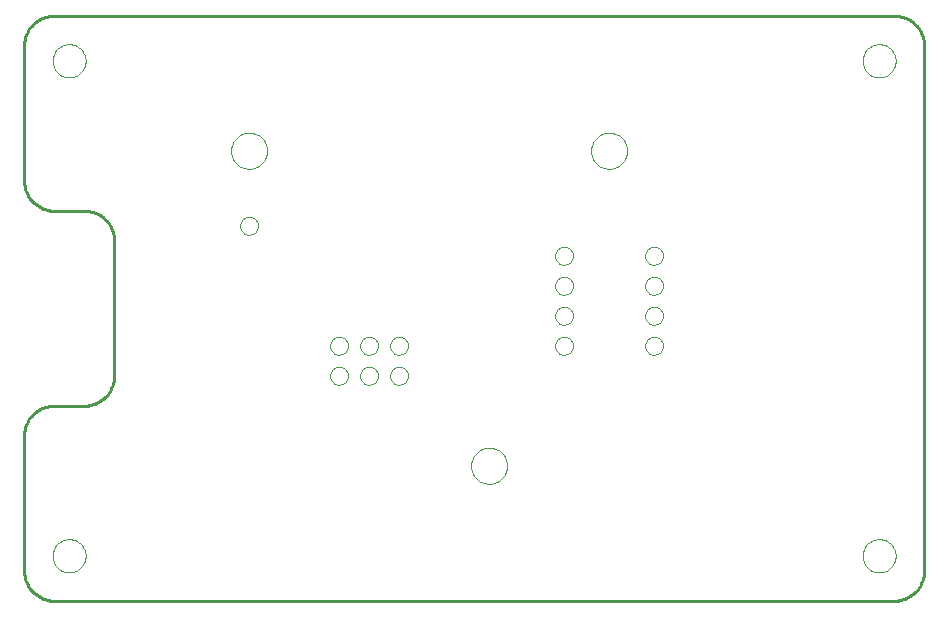
<source format=gtl>
G75*
G70*
%OFA0B0*%
%FSLAX24Y24*%
%IPPOS*%
%LPD*%
%AMOC8*
5,1,8,0,0,1.08239X$1,22.5*
%
%ADD10C,0.0100*%
%ADD11C,0.0000*%
D10*
X006000Y001150D02*
X006000Y005650D01*
X006002Y005710D01*
X006007Y005771D01*
X006016Y005830D01*
X006029Y005889D01*
X006045Y005948D01*
X006065Y006005D01*
X006088Y006060D01*
X006115Y006115D01*
X006144Y006167D01*
X006177Y006218D01*
X006213Y006267D01*
X006251Y006313D01*
X006293Y006357D01*
X006337Y006399D01*
X006383Y006437D01*
X006432Y006473D01*
X006483Y006506D01*
X006535Y006535D01*
X006590Y006562D01*
X006645Y006585D01*
X006702Y006605D01*
X006761Y006621D01*
X006820Y006634D01*
X006879Y006643D01*
X006940Y006648D01*
X007000Y006650D01*
X008000Y006650D01*
X008060Y006652D01*
X008121Y006657D01*
X008180Y006666D01*
X008239Y006679D01*
X008298Y006695D01*
X008355Y006715D01*
X008410Y006738D01*
X008465Y006765D01*
X008517Y006794D01*
X008568Y006827D01*
X008617Y006863D01*
X008663Y006901D01*
X008707Y006943D01*
X008749Y006987D01*
X008787Y007033D01*
X008823Y007082D01*
X008856Y007133D01*
X008885Y007185D01*
X008912Y007240D01*
X008935Y007295D01*
X008955Y007352D01*
X008971Y007411D01*
X008984Y007470D01*
X008993Y007529D01*
X008998Y007590D01*
X009000Y007650D01*
X009000Y012150D01*
X008998Y012210D01*
X008993Y012271D01*
X008984Y012330D01*
X008971Y012389D01*
X008955Y012448D01*
X008935Y012505D01*
X008912Y012560D01*
X008885Y012615D01*
X008856Y012667D01*
X008823Y012718D01*
X008787Y012767D01*
X008749Y012813D01*
X008707Y012857D01*
X008663Y012899D01*
X008617Y012937D01*
X008568Y012973D01*
X008517Y013006D01*
X008465Y013035D01*
X008410Y013062D01*
X008355Y013085D01*
X008298Y013105D01*
X008239Y013121D01*
X008180Y013134D01*
X008121Y013143D01*
X008060Y013148D01*
X008000Y013150D01*
X007000Y013150D01*
X006940Y013152D01*
X006879Y013157D01*
X006820Y013166D01*
X006761Y013179D01*
X006702Y013195D01*
X006645Y013215D01*
X006590Y013238D01*
X006535Y013265D01*
X006483Y013294D01*
X006432Y013327D01*
X006383Y013363D01*
X006337Y013401D01*
X006293Y013443D01*
X006251Y013487D01*
X006213Y013533D01*
X006177Y013582D01*
X006144Y013633D01*
X006115Y013685D01*
X006088Y013740D01*
X006065Y013795D01*
X006045Y013852D01*
X006029Y013911D01*
X006016Y013970D01*
X006007Y014029D01*
X006002Y014090D01*
X006000Y014150D01*
X006000Y018650D01*
X006002Y018710D01*
X006007Y018771D01*
X006016Y018830D01*
X006029Y018889D01*
X006045Y018948D01*
X006065Y019005D01*
X006088Y019060D01*
X006115Y019115D01*
X006144Y019167D01*
X006177Y019218D01*
X006213Y019267D01*
X006251Y019313D01*
X006293Y019357D01*
X006337Y019399D01*
X006383Y019437D01*
X006432Y019473D01*
X006483Y019506D01*
X006535Y019535D01*
X006590Y019562D01*
X006645Y019585D01*
X006702Y019605D01*
X006761Y019621D01*
X006820Y019634D01*
X006879Y019643D01*
X006940Y019648D01*
X007000Y019650D01*
X035000Y019650D01*
X035060Y019648D01*
X035121Y019643D01*
X035180Y019634D01*
X035239Y019621D01*
X035298Y019605D01*
X035355Y019585D01*
X035410Y019562D01*
X035465Y019535D01*
X035517Y019506D01*
X035568Y019473D01*
X035617Y019437D01*
X035663Y019399D01*
X035707Y019357D01*
X035749Y019313D01*
X035787Y019267D01*
X035823Y019218D01*
X035856Y019167D01*
X035885Y019115D01*
X035912Y019060D01*
X035935Y019005D01*
X035955Y018948D01*
X035971Y018889D01*
X035984Y018830D01*
X035993Y018771D01*
X035998Y018710D01*
X036000Y018650D01*
X036000Y001150D01*
X035998Y001090D01*
X035993Y001029D01*
X035984Y000970D01*
X035971Y000911D01*
X035955Y000852D01*
X035935Y000795D01*
X035912Y000740D01*
X035885Y000685D01*
X035856Y000633D01*
X035823Y000582D01*
X035787Y000533D01*
X035749Y000487D01*
X035707Y000443D01*
X035663Y000401D01*
X035617Y000363D01*
X035568Y000327D01*
X035517Y000294D01*
X035465Y000265D01*
X035410Y000238D01*
X035355Y000215D01*
X035298Y000195D01*
X035239Y000179D01*
X035180Y000166D01*
X035121Y000157D01*
X035060Y000152D01*
X035000Y000150D01*
X007000Y000150D01*
X006940Y000152D01*
X006879Y000157D01*
X006820Y000166D01*
X006761Y000179D01*
X006702Y000195D01*
X006645Y000215D01*
X006590Y000238D01*
X006535Y000265D01*
X006483Y000294D01*
X006432Y000327D01*
X006383Y000363D01*
X006337Y000401D01*
X006293Y000443D01*
X006251Y000487D01*
X006213Y000533D01*
X006177Y000582D01*
X006144Y000633D01*
X006115Y000685D01*
X006088Y000740D01*
X006065Y000795D01*
X006045Y000852D01*
X006029Y000911D01*
X006016Y000970D01*
X006007Y001029D01*
X006002Y001090D01*
X006000Y001150D01*
D11*
X006950Y001650D02*
X006952Y001697D01*
X006958Y001743D01*
X006968Y001789D01*
X006981Y001833D01*
X006999Y001877D01*
X007020Y001918D01*
X007044Y001958D01*
X007072Y001996D01*
X007103Y002031D01*
X007137Y002063D01*
X007173Y002092D01*
X007212Y002118D01*
X007252Y002141D01*
X007295Y002160D01*
X007339Y002176D01*
X007384Y002188D01*
X007430Y002196D01*
X007477Y002200D01*
X007523Y002200D01*
X007570Y002196D01*
X007616Y002188D01*
X007661Y002176D01*
X007705Y002160D01*
X007748Y002141D01*
X007788Y002118D01*
X007827Y002092D01*
X007863Y002063D01*
X007897Y002031D01*
X007928Y001996D01*
X007956Y001958D01*
X007980Y001918D01*
X008001Y001877D01*
X008019Y001833D01*
X008032Y001789D01*
X008042Y001743D01*
X008048Y001697D01*
X008050Y001650D01*
X008048Y001603D01*
X008042Y001557D01*
X008032Y001511D01*
X008019Y001467D01*
X008001Y001423D01*
X007980Y001382D01*
X007956Y001342D01*
X007928Y001304D01*
X007897Y001269D01*
X007863Y001237D01*
X007827Y001208D01*
X007788Y001182D01*
X007748Y001159D01*
X007705Y001140D01*
X007661Y001124D01*
X007616Y001112D01*
X007570Y001104D01*
X007523Y001100D01*
X007477Y001100D01*
X007430Y001104D01*
X007384Y001112D01*
X007339Y001124D01*
X007295Y001140D01*
X007252Y001159D01*
X007212Y001182D01*
X007173Y001208D01*
X007137Y001237D01*
X007103Y001269D01*
X007072Y001304D01*
X007044Y001342D01*
X007020Y001382D01*
X006999Y001423D01*
X006981Y001467D01*
X006968Y001511D01*
X006958Y001557D01*
X006952Y001603D01*
X006950Y001650D01*
X016200Y007650D02*
X016202Y007684D01*
X016208Y007718D01*
X016217Y007751D01*
X016231Y007782D01*
X016248Y007812D01*
X016268Y007840D01*
X016291Y007865D01*
X016317Y007888D01*
X016345Y007907D01*
X016375Y007923D01*
X016407Y007935D01*
X016440Y007944D01*
X016474Y007949D01*
X016509Y007950D01*
X016543Y007947D01*
X016576Y007940D01*
X016609Y007930D01*
X016640Y007915D01*
X016669Y007898D01*
X016696Y007877D01*
X016721Y007853D01*
X016743Y007826D01*
X016761Y007798D01*
X016776Y007767D01*
X016788Y007735D01*
X016796Y007701D01*
X016800Y007667D01*
X016800Y007633D01*
X016796Y007599D01*
X016788Y007565D01*
X016776Y007533D01*
X016761Y007502D01*
X016743Y007474D01*
X016721Y007447D01*
X016696Y007423D01*
X016669Y007402D01*
X016640Y007385D01*
X016609Y007370D01*
X016576Y007360D01*
X016543Y007353D01*
X016509Y007350D01*
X016474Y007351D01*
X016440Y007356D01*
X016407Y007365D01*
X016375Y007377D01*
X016345Y007393D01*
X016317Y007412D01*
X016291Y007435D01*
X016268Y007460D01*
X016248Y007488D01*
X016231Y007518D01*
X016217Y007549D01*
X016208Y007582D01*
X016202Y007616D01*
X016200Y007650D01*
X017200Y007650D02*
X017202Y007684D01*
X017208Y007718D01*
X017217Y007751D01*
X017231Y007782D01*
X017248Y007812D01*
X017268Y007840D01*
X017291Y007865D01*
X017317Y007888D01*
X017345Y007907D01*
X017375Y007923D01*
X017407Y007935D01*
X017440Y007944D01*
X017474Y007949D01*
X017509Y007950D01*
X017543Y007947D01*
X017576Y007940D01*
X017609Y007930D01*
X017640Y007915D01*
X017669Y007898D01*
X017696Y007877D01*
X017721Y007853D01*
X017743Y007826D01*
X017761Y007798D01*
X017776Y007767D01*
X017788Y007735D01*
X017796Y007701D01*
X017800Y007667D01*
X017800Y007633D01*
X017796Y007599D01*
X017788Y007565D01*
X017776Y007533D01*
X017761Y007502D01*
X017743Y007474D01*
X017721Y007447D01*
X017696Y007423D01*
X017669Y007402D01*
X017640Y007385D01*
X017609Y007370D01*
X017576Y007360D01*
X017543Y007353D01*
X017509Y007350D01*
X017474Y007351D01*
X017440Y007356D01*
X017407Y007365D01*
X017375Y007377D01*
X017345Y007393D01*
X017317Y007412D01*
X017291Y007435D01*
X017268Y007460D01*
X017248Y007488D01*
X017231Y007518D01*
X017217Y007549D01*
X017208Y007582D01*
X017202Y007616D01*
X017200Y007650D01*
X018200Y007650D02*
X018202Y007684D01*
X018208Y007718D01*
X018217Y007751D01*
X018231Y007782D01*
X018248Y007812D01*
X018268Y007840D01*
X018291Y007865D01*
X018317Y007888D01*
X018345Y007907D01*
X018375Y007923D01*
X018407Y007935D01*
X018440Y007944D01*
X018474Y007949D01*
X018509Y007950D01*
X018543Y007947D01*
X018576Y007940D01*
X018609Y007930D01*
X018640Y007915D01*
X018669Y007898D01*
X018696Y007877D01*
X018721Y007853D01*
X018743Y007826D01*
X018761Y007798D01*
X018776Y007767D01*
X018788Y007735D01*
X018796Y007701D01*
X018800Y007667D01*
X018800Y007633D01*
X018796Y007599D01*
X018788Y007565D01*
X018776Y007533D01*
X018761Y007502D01*
X018743Y007474D01*
X018721Y007447D01*
X018696Y007423D01*
X018669Y007402D01*
X018640Y007385D01*
X018609Y007370D01*
X018576Y007360D01*
X018543Y007353D01*
X018509Y007350D01*
X018474Y007351D01*
X018440Y007356D01*
X018407Y007365D01*
X018375Y007377D01*
X018345Y007393D01*
X018317Y007412D01*
X018291Y007435D01*
X018268Y007460D01*
X018248Y007488D01*
X018231Y007518D01*
X018217Y007549D01*
X018208Y007582D01*
X018202Y007616D01*
X018200Y007650D01*
X018200Y008650D02*
X018202Y008684D01*
X018208Y008718D01*
X018217Y008751D01*
X018231Y008782D01*
X018248Y008812D01*
X018268Y008840D01*
X018291Y008865D01*
X018317Y008888D01*
X018345Y008907D01*
X018375Y008923D01*
X018407Y008935D01*
X018440Y008944D01*
X018474Y008949D01*
X018509Y008950D01*
X018543Y008947D01*
X018576Y008940D01*
X018609Y008930D01*
X018640Y008915D01*
X018669Y008898D01*
X018696Y008877D01*
X018721Y008853D01*
X018743Y008826D01*
X018761Y008798D01*
X018776Y008767D01*
X018788Y008735D01*
X018796Y008701D01*
X018800Y008667D01*
X018800Y008633D01*
X018796Y008599D01*
X018788Y008565D01*
X018776Y008533D01*
X018761Y008502D01*
X018743Y008474D01*
X018721Y008447D01*
X018696Y008423D01*
X018669Y008402D01*
X018640Y008385D01*
X018609Y008370D01*
X018576Y008360D01*
X018543Y008353D01*
X018509Y008350D01*
X018474Y008351D01*
X018440Y008356D01*
X018407Y008365D01*
X018375Y008377D01*
X018345Y008393D01*
X018317Y008412D01*
X018291Y008435D01*
X018268Y008460D01*
X018248Y008488D01*
X018231Y008518D01*
X018217Y008549D01*
X018208Y008582D01*
X018202Y008616D01*
X018200Y008650D01*
X017200Y008650D02*
X017202Y008684D01*
X017208Y008718D01*
X017217Y008751D01*
X017231Y008782D01*
X017248Y008812D01*
X017268Y008840D01*
X017291Y008865D01*
X017317Y008888D01*
X017345Y008907D01*
X017375Y008923D01*
X017407Y008935D01*
X017440Y008944D01*
X017474Y008949D01*
X017509Y008950D01*
X017543Y008947D01*
X017576Y008940D01*
X017609Y008930D01*
X017640Y008915D01*
X017669Y008898D01*
X017696Y008877D01*
X017721Y008853D01*
X017743Y008826D01*
X017761Y008798D01*
X017776Y008767D01*
X017788Y008735D01*
X017796Y008701D01*
X017800Y008667D01*
X017800Y008633D01*
X017796Y008599D01*
X017788Y008565D01*
X017776Y008533D01*
X017761Y008502D01*
X017743Y008474D01*
X017721Y008447D01*
X017696Y008423D01*
X017669Y008402D01*
X017640Y008385D01*
X017609Y008370D01*
X017576Y008360D01*
X017543Y008353D01*
X017509Y008350D01*
X017474Y008351D01*
X017440Y008356D01*
X017407Y008365D01*
X017375Y008377D01*
X017345Y008393D01*
X017317Y008412D01*
X017291Y008435D01*
X017268Y008460D01*
X017248Y008488D01*
X017231Y008518D01*
X017217Y008549D01*
X017208Y008582D01*
X017202Y008616D01*
X017200Y008650D01*
X016200Y008650D02*
X016202Y008684D01*
X016208Y008718D01*
X016217Y008751D01*
X016231Y008782D01*
X016248Y008812D01*
X016268Y008840D01*
X016291Y008865D01*
X016317Y008888D01*
X016345Y008907D01*
X016375Y008923D01*
X016407Y008935D01*
X016440Y008944D01*
X016474Y008949D01*
X016509Y008950D01*
X016543Y008947D01*
X016576Y008940D01*
X016609Y008930D01*
X016640Y008915D01*
X016669Y008898D01*
X016696Y008877D01*
X016721Y008853D01*
X016743Y008826D01*
X016761Y008798D01*
X016776Y008767D01*
X016788Y008735D01*
X016796Y008701D01*
X016800Y008667D01*
X016800Y008633D01*
X016796Y008599D01*
X016788Y008565D01*
X016776Y008533D01*
X016761Y008502D01*
X016743Y008474D01*
X016721Y008447D01*
X016696Y008423D01*
X016669Y008402D01*
X016640Y008385D01*
X016609Y008370D01*
X016576Y008360D01*
X016543Y008353D01*
X016509Y008350D01*
X016474Y008351D01*
X016440Y008356D01*
X016407Y008365D01*
X016375Y008377D01*
X016345Y008393D01*
X016317Y008412D01*
X016291Y008435D01*
X016268Y008460D01*
X016248Y008488D01*
X016231Y008518D01*
X016217Y008549D01*
X016208Y008582D01*
X016202Y008616D01*
X016200Y008650D01*
X013200Y012650D02*
X013202Y012684D01*
X013208Y012718D01*
X013217Y012751D01*
X013231Y012782D01*
X013248Y012812D01*
X013268Y012840D01*
X013291Y012865D01*
X013317Y012888D01*
X013345Y012907D01*
X013375Y012923D01*
X013407Y012935D01*
X013440Y012944D01*
X013474Y012949D01*
X013509Y012950D01*
X013543Y012947D01*
X013576Y012940D01*
X013609Y012930D01*
X013640Y012915D01*
X013669Y012898D01*
X013696Y012877D01*
X013721Y012853D01*
X013743Y012826D01*
X013761Y012798D01*
X013776Y012767D01*
X013788Y012735D01*
X013796Y012701D01*
X013800Y012667D01*
X013800Y012633D01*
X013796Y012599D01*
X013788Y012565D01*
X013776Y012533D01*
X013761Y012502D01*
X013743Y012474D01*
X013721Y012447D01*
X013696Y012423D01*
X013669Y012402D01*
X013640Y012385D01*
X013609Y012370D01*
X013576Y012360D01*
X013543Y012353D01*
X013509Y012350D01*
X013474Y012351D01*
X013440Y012356D01*
X013407Y012365D01*
X013375Y012377D01*
X013345Y012393D01*
X013317Y012412D01*
X013291Y012435D01*
X013268Y012460D01*
X013248Y012488D01*
X013231Y012518D01*
X013217Y012549D01*
X013208Y012582D01*
X013202Y012616D01*
X013200Y012650D01*
X012900Y015150D02*
X012902Y015199D01*
X012908Y015247D01*
X012918Y015295D01*
X012932Y015342D01*
X012949Y015388D01*
X012970Y015432D01*
X012995Y015474D01*
X013023Y015514D01*
X013055Y015552D01*
X013089Y015587D01*
X013126Y015619D01*
X013165Y015648D01*
X013207Y015674D01*
X013251Y015696D01*
X013296Y015714D01*
X013343Y015729D01*
X013390Y015740D01*
X013439Y015747D01*
X013488Y015750D01*
X013537Y015749D01*
X013585Y015744D01*
X013634Y015735D01*
X013681Y015722D01*
X013727Y015705D01*
X013771Y015685D01*
X013814Y015661D01*
X013855Y015634D01*
X013893Y015603D01*
X013929Y015570D01*
X013961Y015534D01*
X013991Y015495D01*
X014018Y015454D01*
X014041Y015410D01*
X014060Y015365D01*
X014076Y015319D01*
X014088Y015272D01*
X014096Y015223D01*
X014100Y015174D01*
X014100Y015126D01*
X014096Y015077D01*
X014088Y015028D01*
X014076Y014981D01*
X014060Y014935D01*
X014041Y014890D01*
X014018Y014846D01*
X013991Y014805D01*
X013961Y014766D01*
X013929Y014730D01*
X013893Y014697D01*
X013855Y014666D01*
X013814Y014639D01*
X013771Y014615D01*
X013727Y014595D01*
X013681Y014578D01*
X013634Y014565D01*
X013585Y014556D01*
X013537Y014551D01*
X013488Y014550D01*
X013439Y014553D01*
X013390Y014560D01*
X013343Y014571D01*
X013296Y014586D01*
X013251Y014604D01*
X013207Y014626D01*
X013165Y014652D01*
X013126Y014681D01*
X013089Y014713D01*
X013055Y014748D01*
X013023Y014786D01*
X012995Y014826D01*
X012970Y014868D01*
X012949Y014912D01*
X012932Y014958D01*
X012918Y015005D01*
X012908Y015053D01*
X012902Y015101D01*
X012900Y015150D01*
X006950Y018150D02*
X006952Y018197D01*
X006958Y018243D01*
X006968Y018289D01*
X006981Y018333D01*
X006999Y018377D01*
X007020Y018418D01*
X007044Y018458D01*
X007072Y018496D01*
X007103Y018531D01*
X007137Y018563D01*
X007173Y018592D01*
X007212Y018618D01*
X007252Y018641D01*
X007295Y018660D01*
X007339Y018676D01*
X007384Y018688D01*
X007430Y018696D01*
X007477Y018700D01*
X007523Y018700D01*
X007570Y018696D01*
X007616Y018688D01*
X007661Y018676D01*
X007705Y018660D01*
X007748Y018641D01*
X007788Y018618D01*
X007827Y018592D01*
X007863Y018563D01*
X007897Y018531D01*
X007928Y018496D01*
X007956Y018458D01*
X007980Y018418D01*
X008001Y018377D01*
X008019Y018333D01*
X008032Y018289D01*
X008042Y018243D01*
X008048Y018197D01*
X008050Y018150D01*
X008048Y018103D01*
X008042Y018057D01*
X008032Y018011D01*
X008019Y017967D01*
X008001Y017923D01*
X007980Y017882D01*
X007956Y017842D01*
X007928Y017804D01*
X007897Y017769D01*
X007863Y017737D01*
X007827Y017708D01*
X007788Y017682D01*
X007748Y017659D01*
X007705Y017640D01*
X007661Y017624D01*
X007616Y017612D01*
X007570Y017604D01*
X007523Y017600D01*
X007477Y017600D01*
X007430Y017604D01*
X007384Y017612D01*
X007339Y017624D01*
X007295Y017640D01*
X007252Y017659D01*
X007212Y017682D01*
X007173Y017708D01*
X007137Y017737D01*
X007103Y017769D01*
X007072Y017804D01*
X007044Y017842D01*
X007020Y017882D01*
X006999Y017923D01*
X006981Y017967D01*
X006968Y018011D01*
X006958Y018057D01*
X006952Y018103D01*
X006950Y018150D01*
X023700Y011650D02*
X023702Y011684D01*
X023708Y011718D01*
X023717Y011751D01*
X023731Y011782D01*
X023748Y011812D01*
X023768Y011840D01*
X023791Y011865D01*
X023817Y011888D01*
X023845Y011907D01*
X023875Y011923D01*
X023907Y011935D01*
X023940Y011944D01*
X023974Y011949D01*
X024009Y011950D01*
X024043Y011947D01*
X024076Y011940D01*
X024109Y011930D01*
X024140Y011915D01*
X024169Y011898D01*
X024196Y011877D01*
X024221Y011853D01*
X024243Y011826D01*
X024261Y011798D01*
X024276Y011767D01*
X024288Y011735D01*
X024296Y011701D01*
X024300Y011667D01*
X024300Y011633D01*
X024296Y011599D01*
X024288Y011565D01*
X024276Y011533D01*
X024261Y011502D01*
X024243Y011474D01*
X024221Y011447D01*
X024196Y011423D01*
X024169Y011402D01*
X024140Y011385D01*
X024109Y011370D01*
X024076Y011360D01*
X024043Y011353D01*
X024009Y011350D01*
X023974Y011351D01*
X023940Y011356D01*
X023907Y011365D01*
X023875Y011377D01*
X023845Y011393D01*
X023817Y011412D01*
X023791Y011435D01*
X023768Y011460D01*
X023748Y011488D01*
X023731Y011518D01*
X023717Y011549D01*
X023708Y011582D01*
X023702Y011616D01*
X023700Y011650D01*
X023700Y010650D02*
X023702Y010684D01*
X023708Y010718D01*
X023717Y010751D01*
X023731Y010782D01*
X023748Y010812D01*
X023768Y010840D01*
X023791Y010865D01*
X023817Y010888D01*
X023845Y010907D01*
X023875Y010923D01*
X023907Y010935D01*
X023940Y010944D01*
X023974Y010949D01*
X024009Y010950D01*
X024043Y010947D01*
X024076Y010940D01*
X024109Y010930D01*
X024140Y010915D01*
X024169Y010898D01*
X024196Y010877D01*
X024221Y010853D01*
X024243Y010826D01*
X024261Y010798D01*
X024276Y010767D01*
X024288Y010735D01*
X024296Y010701D01*
X024300Y010667D01*
X024300Y010633D01*
X024296Y010599D01*
X024288Y010565D01*
X024276Y010533D01*
X024261Y010502D01*
X024243Y010474D01*
X024221Y010447D01*
X024196Y010423D01*
X024169Y010402D01*
X024140Y010385D01*
X024109Y010370D01*
X024076Y010360D01*
X024043Y010353D01*
X024009Y010350D01*
X023974Y010351D01*
X023940Y010356D01*
X023907Y010365D01*
X023875Y010377D01*
X023845Y010393D01*
X023817Y010412D01*
X023791Y010435D01*
X023768Y010460D01*
X023748Y010488D01*
X023731Y010518D01*
X023717Y010549D01*
X023708Y010582D01*
X023702Y010616D01*
X023700Y010650D01*
X023700Y009650D02*
X023702Y009684D01*
X023708Y009718D01*
X023717Y009751D01*
X023731Y009782D01*
X023748Y009812D01*
X023768Y009840D01*
X023791Y009865D01*
X023817Y009888D01*
X023845Y009907D01*
X023875Y009923D01*
X023907Y009935D01*
X023940Y009944D01*
X023974Y009949D01*
X024009Y009950D01*
X024043Y009947D01*
X024076Y009940D01*
X024109Y009930D01*
X024140Y009915D01*
X024169Y009898D01*
X024196Y009877D01*
X024221Y009853D01*
X024243Y009826D01*
X024261Y009798D01*
X024276Y009767D01*
X024288Y009735D01*
X024296Y009701D01*
X024300Y009667D01*
X024300Y009633D01*
X024296Y009599D01*
X024288Y009565D01*
X024276Y009533D01*
X024261Y009502D01*
X024243Y009474D01*
X024221Y009447D01*
X024196Y009423D01*
X024169Y009402D01*
X024140Y009385D01*
X024109Y009370D01*
X024076Y009360D01*
X024043Y009353D01*
X024009Y009350D01*
X023974Y009351D01*
X023940Y009356D01*
X023907Y009365D01*
X023875Y009377D01*
X023845Y009393D01*
X023817Y009412D01*
X023791Y009435D01*
X023768Y009460D01*
X023748Y009488D01*
X023731Y009518D01*
X023717Y009549D01*
X023708Y009582D01*
X023702Y009616D01*
X023700Y009650D01*
X023700Y008650D02*
X023702Y008684D01*
X023708Y008718D01*
X023717Y008751D01*
X023731Y008782D01*
X023748Y008812D01*
X023768Y008840D01*
X023791Y008865D01*
X023817Y008888D01*
X023845Y008907D01*
X023875Y008923D01*
X023907Y008935D01*
X023940Y008944D01*
X023974Y008949D01*
X024009Y008950D01*
X024043Y008947D01*
X024076Y008940D01*
X024109Y008930D01*
X024140Y008915D01*
X024169Y008898D01*
X024196Y008877D01*
X024221Y008853D01*
X024243Y008826D01*
X024261Y008798D01*
X024276Y008767D01*
X024288Y008735D01*
X024296Y008701D01*
X024300Y008667D01*
X024300Y008633D01*
X024296Y008599D01*
X024288Y008565D01*
X024276Y008533D01*
X024261Y008502D01*
X024243Y008474D01*
X024221Y008447D01*
X024196Y008423D01*
X024169Y008402D01*
X024140Y008385D01*
X024109Y008370D01*
X024076Y008360D01*
X024043Y008353D01*
X024009Y008350D01*
X023974Y008351D01*
X023940Y008356D01*
X023907Y008365D01*
X023875Y008377D01*
X023845Y008393D01*
X023817Y008412D01*
X023791Y008435D01*
X023768Y008460D01*
X023748Y008488D01*
X023731Y008518D01*
X023717Y008549D01*
X023708Y008582D01*
X023702Y008616D01*
X023700Y008650D01*
X026700Y008650D02*
X026702Y008684D01*
X026708Y008718D01*
X026717Y008751D01*
X026731Y008782D01*
X026748Y008812D01*
X026768Y008840D01*
X026791Y008865D01*
X026817Y008888D01*
X026845Y008907D01*
X026875Y008923D01*
X026907Y008935D01*
X026940Y008944D01*
X026974Y008949D01*
X027009Y008950D01*
X027043Y008947D01*
X027076Y008940D01*
X027109Y008930D01*
X027140Y008915D01*
X027169Y008898D01*
X027196Y008877D01*
X027221Y008853D01*
X027243Y008826D01*
X027261Y008798D01*
X027276Y008767D01*
X027288Y008735D01*
X027296Y008701D01*
X027300Y008667D01*
X027300Y008633D01*
X027296Y008599D01*
X027288Y008565D01*
X027276Y008533D01*
X027261Y008502D01*
X027243Y008474D01*
X027221Y008447D01*
X027196Y008423D01*
X027169Y008402D01*
X027140Y008385D01*
X027109Y008370D01*
X027076Y008360D01*
X027043Y008353D01*
X027009Y008350D01*
X026974Y008351D01*
X026940Y008356D01*
X026907Y008365D01*
X026875Y008377D01*
X026845Y008393D01*
X026817Y008412D01*
X026791Y008435D01*
X026768Y008460D01*
X026748Y008488D01*
X026731Y008518D01*
X026717Y008549D01*
X026708Y008582D01*
X026702Y008616D01*
X026700Y008650D01*
X026700Y009650D02*
X026702Y009684D01*
X026708Y009718D01*
X026717Y009751D01*
X026731Y009782D01*
X026748Y009812D01*
X026768Y009840D01*
X026791Y009865D01*
X026817Y009888D01*
X026845Y009907D01*
X026875Y009923D01*
X026907Y009935D01*
X026940Y009944D01*
X026974Y009949D01*
X027009Y009950D01*
X027043Y009947D01*
X027076Y009940D01*
X027109Y009930D01*
X027140Y009915D01*
X027169Y009898D01*
X027196Y009877D01*
X027221Y009853D01*
X027243Y009826D01*
X027261Y009798D01*
X027276Y009767D01*
X027288Y009735D01*
X027296Y009701D01*
X027300Y009667D01*
X027300Y009633D01*
X027296Y009599D01*
X027288Y009565D01*
X027276Y009533D01*
X027261Y009502D01*
X027243Y009474D01*
X027221Y009447D01*
X027196Y009423D01*
X027169Y009402D01*
X027140Y009385D01*
X027109Y009370D01*
X027076Y009360D01*
X027043Y009353D01*
X027009Y009350D01*
X026974Y009351D01*
X026940Y009356D01*
X026907Y009365D01*
X026875Y009377D01*
X026845Y009393D01*
X026817Y009412D01*
X026791Y009435D01*
X026768Y009460D01*
X026748Y009488D01*
X026731Y009518D01*
X026717Y009549D01*
X026708Y009582D01*
X026702Y009616D01*
X026700Y009650D01*
X026700Y010650D02*
X026702Y010684D01*
X026708Y010718D01*
X026717Y010751D01*
X026731Y010782D01*
X026748Y010812D01*
X026768Y010840D01*
X026791Y010865D01*
X026817Y010888D01*
X026845Y010907D01*
X026875Y010923D01*
X026907Y010935D01*
X026940Y010944D01*
X026974Y010949D01*
X027009Y010950D01*
X027043Y010947D01*
X027076Y010940D01*
X027109Y010930D01*
X027140Y010915D01*
X027169Y010898D01*
X027196Y010877D01*
X027221Y010853D01*
X027243Y010826D01*
X027261Y010798D01*
X027276Y010767D01*
X027288Y010735D01*
X027296Y010701D01*
X027300Y010667D01*
X027300Y010633D01*
X027296Y010599D01*
X027288Y010565D01*
X027276Y010533D01*
X027261Y010502D01*
X027243Y010474D01*
X027221Y010447D01*
X027196Y010423D01*
X027169Y010402D01*
X027140Y010385D01*
X027109Y010370D01*
X027076Y010360D01*
X027043Y010353D01*
X027009Y010350D01*
X026974Y010351D01*
X026940Y010356D01*
X026907Y010365D01*
X026875Y010377D01*
X026845Y010393D01*
X026817Y010412D01*
X026791Y010435D01*
X026768Y010460D01*
X026748Y010488D01*
X026731Y010518D01*
X026717Y010549D01*
X026708Y010582D01*
X026702Y010616D01*
X026700Y010650D01*
X026700Y011650D02*
X026702Y011684D01*
X026708Y011718D01*
X026717Y011751D01*
X026731Y011782D01*
X026748Y011812D01*
X026768Y011840D01*
X026791Y011865D01*
X026817Y011888D01*
X026845Y011907D01*
X026875Y011923D01*
X026907Y011935D01*
X026940Y011944D01*
X026974Y011949D01*
X027009Y011950D01*
X027043Y011947D01*
X027076Y011940D01*
X027109Y011930D01*
X027140Y011915D01*
X027169Y011898D01*
X027196Y011877D01*
X027221Y011853D01*
X027243Y011826D01*
X027261Y011798D01*
X027276Y011767D01*
X027288Y011735D01*
X027296Y011701D01*
X027300Y011667D01*
X027300Y011633D01*
X027296Y011599D01*
X027288Y011565D01*
X027276Y011533D01*
X027261Y011502D01*
X027243Y011474D01*
X027221Y011447D01*
X027196Y011423D01*
X027169Y011402D01*
X027140Y011385D01*
X027109Y011370D01*
X027076Y011360D01*
X027043Y011353D01*
X027009Y011350D01*
X026974Y011351D01*
X026940Y011356D01*
X026907Y011365D01*
X026875Y011377D01*
X026845Y011393D01*
X026817Y011412D01*
X026791Y011435D01*
X026768Y011460D01*
X026748Y011488D01*
X026731Y011518D01*
X026717Y011549D01*
X026708Y011582D01*
X026702Y011616D01*
X026700Y011650D01*
X024900Y015150D02*
X024902Y015199D01*
X024908Y015247D01*
X024918Y015295D01*
X024932Y015342D01*
X024949Y015388D01*
X024970Y015432D01*
X024995Y015474D01*
X025023Y015514D01*
X025055Y015552D01*
X025089Y015587D01*
X025126Y015619D01*
X025165Y015648D01*
X025207Y015674D01*
X025251Y015696D01*
X025296Y015714D01*
X025343Y015729D01*
X025390Y015740D01*
X025439Y015747D01*
X025488Y015750D01*
X025537Y015749D01*
X025585Y015744D01*
X025634Y015735D01*
X025681Y015722D01*
X025727Y015705D01*
X025771Y015685D01*
X025814Y015661D01*
X025855Y015634D01*
X025893Y015603D01*
X025929Y015570D01*
X025961Y015534D01*
X025991Y015495D01*
X026018Y015454D01*
X026041Y015410D01*
X026060Y015365D01*
X026076Y015319D01*
X026088Y015272D01*
X026096Y015223D01*
X026100Y015174D01*
X026100Y015126D01*
X026096Y015077D01*
X026088Y015028D01*
X026076Y014981D01*
X026060Y014935D01*
X026041Y014890D01*
X026018Y014846D01*
X025991Y014805D01*
X025961Y014766D01*
X025929Y014730D01*
X025893Y014697D01*
X025855Y014666D01*
X025814Y014639D01*
X025771Y014615D01*
X025727Y014595D01*
X025681Y014578D01*
X025634Y014565D01*
X025585Y014556D01*
X025537Y014551D01*
X025488Y014550D01*
X025439Y014553D01*
X025390Y014560D01*
X025343Y014571D01*
X025296Y014586D01*
X025251Y014604D01*
X025207Y014626D01*
X025165Y014652D01*
X025126Y014681D01*
X025089Y014713D01*
X025055Y014748D01*
X025023Y014786D01*
X024995Y014826D01*
X024970Y014868D01*
X024949Y014912D01*
X024932Y014958D01*
X024918Y015005D01*
X024908Y015053D01*
X024902Y015101D01*
X024900Y015150D01*
X033950Y018150D02*
X033952Y018197D01*
X033958Y018243D01*
X033968Y018289D01*
X033981Y018333D01*
X033999Y018377D01*
X034020Y018418D01*
X034044Y018458D01*
X034072Y018496D01*
X034103Y018531D01*
X034137Y018563D01*
X034173Y018592D01*
X034212Y018618D01*
X034252Y018641D01*
X034295Y018660D01*
X034339Y018676D01*
X034384Y018688D01*
X034430Y018696D01*
X034477Y018700D01*
X034523Y018700D01*
X034570Y018696D01*
X034616Y018688D01*
X034661Y018676D01*
X034705Y018660D01*
X034748Y018641D01*
X034788Y018618D01*
X034827Y018592D01*
X034863Y018563D01*
X034897Y018531D01*
X034928Y018496D01*
X034956Y018458D01*
X034980Y018418D01*
X035001Y018377D01*
X035019Y018333D01*
X035032Y018289D01*
X035042Y018243D01*
X035048Y018197D01*
X035050Y018150D01*
X035048Y018103D01*
X035042Y018057D01*
X035032Y018011D01*
X035019Y017967D01*
X035001Y017923D01*
X034980Y017882D01*
X034956Y017842D01*
X034928Y017804D01*
X034897Y017769D01*
X034863Y017737D01*
X034827Y017708D01*
X034788Y017682D01*
X034748Y017659D01*
X034705Y017640D01*
X034661Y017624D01*
X034616Y017612D01*
X034570Y017604D01*
X034523Y017600D01*
X034477Y017600D01*
X034430Y017604D01*
X034384Y017612D01*
X034339Y017624D01*
X034295Y017640D01*
X034252Y017659D01*
X034212Y017682D01*
X034173Y017708D01*
X034137Y017737D01*
X034103Y017769D01*
X034072Y017804D01*
X034044Y017842D01*
X034020Y017882D01*
X033999Y017923D01*
X033981Y017967D01*
X033968Y018011D01*
X033958Y018057D01*
X033952Y018103D01*
X033950Y018150D01*
X020900Y004650D02*
X020902Y004699D01*
X020908Y004747D01*
X020918Y004795D01*
X020932Y004842D01*
X020949Y004888D01*
X020970Y004932D01*
X020995Y004974D01*
X021023Y005014D01*
X021055Y005052D01*
X021089Y005087D01*
X021126Y005119D01*
X021165Y005148D01*
X021207Y005174D01*
X021251Y005196D01*
X021296Y005214D01*
X021343Y005229D01*
X021390Y005240D01*
X021439Y005247D01*
X021488Y005250D01*
X021537Y005249D01*
X021585Y005244D01*
X021634Y005235D01*
X021681Y005222D01*
X021727Y005205D01*
X021771Y005185D01*
X021814Y005161D01*
X021855Y005134D01*
X021893Y005103D01*
X021929Y005070D01*
X021961Y005034D01*
X021991Y004995D01*
X022018Y004954D01*
X022041Y004910D01*
X022060Y004865D01*
X022076Y004819D01*
X022088Y004772D01*
X022096Y004723D01*
X022100Y004674D01*
X022100Y004626D01*
X022096Y004577D01*
X022088Y004528D01*
X022076Y004481D01*
X022060Y004435D01*
X022041Y004390D01*
X022018Y004346D01*
X021991Y004305D01*
X021961Y004266D01*
X021929Y004230D01*
X021893Y004197D01*
X021855Y004166D01*
X021814Y004139D01*
X021771Y004115D01*
X021727Y004095D01*
X021681Y004078D01*
X021634Y004065D01*
X021585Y004056D01*
X021537Y004051D01*
X021488Y004050D01*
X021439Y004053D01*
X021390Y004060D01*
X021343Y004071D01*
X021296Y004086D01*
X021251Y004104D01*
X021207Y004126D01*
X021165Y004152D01*
X021126Y004181D01*
X021089Y004213D01*
X021055Y004248D01*
X021023Y004286D01*
X020995Y004326D01*
X020970Y004368D01*
X020949Y004412D01*
X020932Y004458D01*
X020918Y004505D01*
X020908Y004553D01*
X020902Y004601D01*
X020900Y004650D01*
X033950Y001650D02*
X033952Y001697D01*
X033958Y001743D01*
X033968Y001789D01*
X033981Y001833D01*
X033999Y001877D01*
X034020Y001918D01*
X034044Y001958D01*
X034072Y001996D01*
X034103Y002031D01*
X034137Y002063D01*
X034173Y002092D01*
X034212Y002118D01*
X034252Y002141D01*
X034295Y002160D01*
X034339Y002176D01*
X034384Y002188D01*
X034430Y002196D01*
X034477Y002200D01*
X034523Y002200D01*
X034570Y002196D01*
X034616Y002188D01*
X034661Y002176D01*
X034705Y002160D01*
X034748Y002141D01*
X034788Y002118D01*
X034827Y002092D01*
X034863Y002063D01*
X034897Y002031D01*
X034928Y001996D01*
X034956Y001958D01*
X034980Y001918D01*
X035001Y001877D01*
X035019Y001833D01*
X035032Y001789D01*
X035042Y001743D01*
X035048Y001697D01*
X035050Y001650D01*
X035048Y001603D01*
X035042Y001557D01*
X035032Y001511D01*
X035019Y001467D01*
X035001Y001423D01*
X034980Y001382D01*
X034956Y001342D01*
X034928Y001304D01*
X034897Y001269D01*
X034863Y001237D01*
X034827Y001208D01*
X034788Y001182D01*
X034748Y001159D01*
X034705Y001140D01*
X034661Y001124D01*
X034616Y001112D01*
X034570Y001104D01*
X034523Y001100D01*
X034477Y001100D01*
X034430Y001104D01*
X034384Y001112D01*
X034339Y001124D01*
X034295Y001140D01*
X034252Y001159D01*
X034212Y001182D01*
X034173Y001208D01*
X034137Y001237D01*
X034103Y001269D01*
X034072Y001304D01*
X034044Y001342D01*
X034020Y001382D01*
X033999Y001423D01*
X033981Y001467D01*
X033968Y001511D01*
X033958Y001557D01*
X033952Y001603D01*
X033950Y001650D01*
M02*

</source>
